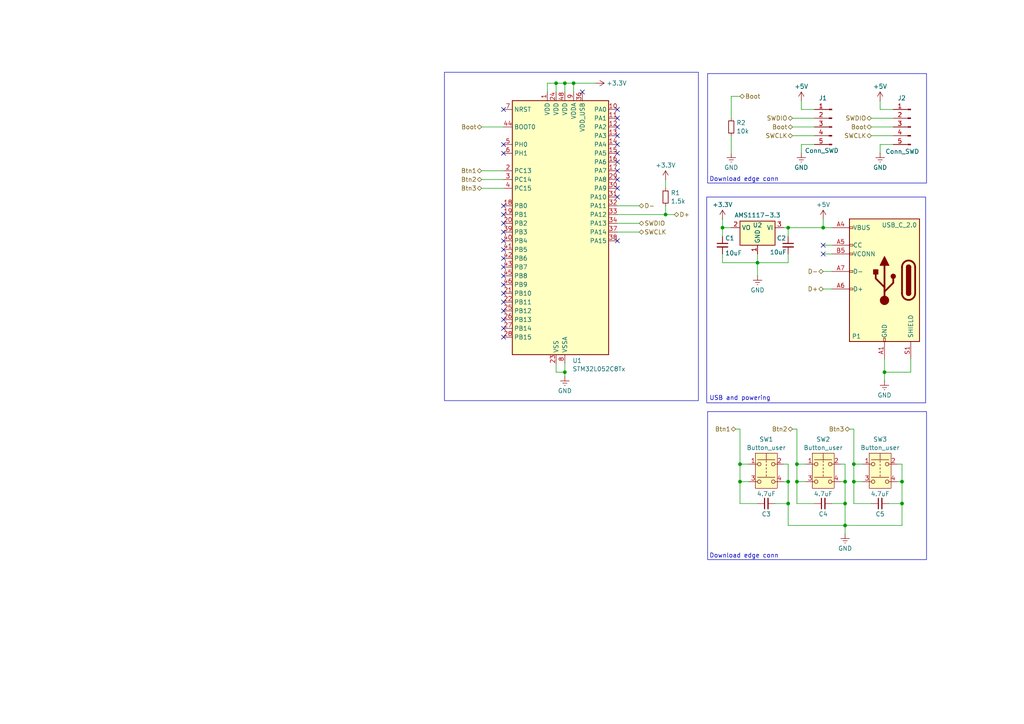
<source format=kicad_sch>
(kicad_sch (version 20231120) (generator "eeschema") (generator_version "8.0")
  (paper "A4")
  (lib_symbols
    (symbol "Connector:Conn_01x05_Pin" (pin_names (offset 1.016) hide)
      (property "Reference" "J" (at 0 7.62 0))
      (property "Value" "Conn_01x05_Pin" (at 0 -7.62 0))
      (symbol "Conn_01x05_Pin_1_1"
        (polyline (pts (xy 1.27 -5.08) (xy 0.8636 -5.08)) (stroke (width 0.1524)))
        (polyline (pts (xy 1.27 -2.54) (xy 0.8636 -2.54)) (stroke (width 0.1524)))
        (polyline (pts (xy 1.27 0) (xy 0.8636 0)) (stroke (width 0.1524)))
        (polyline (pts (xy 1.27 2.54) (xy 0.8636 2.54)) (stroke (width 0.1524)))
        (polyline (pts (xy 1.27 5.08) (xy 0.8636 5.08)) (stroke (width 0.1524)))
        (rectangle (start 0.8636 -4.953) (end 0 -5.207) (stroke (width 0.1524)) (fill (type outline)))
        (rectangle (start 0.8636 -2.413) (end 0 -2.667) (stroke (width 0.1524)) (fill (type outline)))
        (rectangle (start 0.8636 0.127) (end 0 -0.127) (stroke (width 0.1524)) (fill (type outline)))
        (rectangle (start 0.8636 2.667) (end 0 2.413) (stroke (width 0.1524)) (fill (type outline)))
        (rectangle (start 0.8636 5.207) (end 0 4.953) (stroke (width 0.1524)) (fill (type outline)))
        (pin passive line (at 5.08 5.08 180) (length 3.81) (name "Pin_1") (number "1"))
        (pin passive line (at 5.08 2.54 180) (length 3.81) (name "Pin_2") (number "2"))
        (pin passive line (at 5.08 0 180) (length 3.81) (name "Pin_3") (number "3"))
        (pin passive line (at 5.08 -2.54 180) (length 3.81) (name "Pin_4") (number "4"))
        (pin passive line (at 5.08 -5.08 180) (length 3.81) (name "Pin_5") (number "5"))
      )
    )
    (symbol "Connector:USB_C_Plug_USB2.0" (pin_names (offset 1.016))
      (property "Reference" "P" (at -10.16 19.05 0))
      (property "Value" "USB_C_Plug_USB2.0" (at 12.7 19.05 0))
      (symbol "USB_C_Plug_USB2.0_0_0"
        (rectangle (start -0.254 -17.78) (end 0.254 -16.764))
        (rectangle (start 10.16 -2.286) (end 9.144 -2.794))
        (rectangle (start 10.16 2.794) (end 9.144 2.286))
        (rectangle (start 10.16 7.874) (end 9.144 7.366))
        (rectangle (start 10.16 10.414) (end 9.144 9.906))
        (rectangle (start 10.16 15.494) (end 9.144 14.986))
      )
      (symbol "USB_C_Plug_USB2.0_0_1"
        (rectangle (start -10.16 17.78) (end 10.16 -17.78) (stroke (width 0.254)) (fill (type background)))
        (arc (start -8.89 -3.81) (mid -6.985 -5.7067) (end -5.08 -3.81) (stroke (width 0.508)))
        (arc (start -7.62 -3.81) (mid -6.985 -4.4423) (end -6.35 -3.81) (stroke (width 0.254)))
        (arc (start -7.62 -3.81) (mid -6.985 -4.4423) (end -6.35 -3.81) (stroke (width 0.254)) (fill (type outline)))
        (rectangle (start -7.62 -3.81) (end -6.35 3.81) (stroke (width 0.254)) (fill (type outline)))
        (arc (start -6.35 3.81) (mid -6.985 4.4423) (end -7.62 3.81) (stroke (width 0.254)))
        (arc (start -6.35 3.81) (mid -6.985 4.4423) (end -7.62 3.81) (stroke (width 0.254)) (fill (type outline)))
        (arc (start -5.08 3.81) (mid -6.985 5.7067) (end -8.89 3.81) (stroke (width 0.508)))
        (circle (center -2.54 1.143) (radius 0.635) (stroke (width 0.254)) (fill (type outline)))
        (circle (center 0 -5.842) (radius 1.27) (fill (type outline)))
        (polyline (pts (xy -8.89 -3.81) (xy -8.89 3.81)) (stroke (width 0.508)))
        (polyline (pts (xy -5.08 3.81) (xy -5.08 -3.81)) (stroke (width 0.508)))
        (polyline (pts (xy 0 -5.842) (xy 0 4.318)) (stroke (width 0.508)))
        (polyline (pts (xy 0 -3.302) (xy -2.54 -0.762) (xy -2.54 0.508)) (stroke (width 0.508)))
        (polyline (pts (xy 0 -2.032) (xy 2.54 0.508) (xy 2.54 1.778)) (stroke (width 0.508)))
        (polyline (pts (xy -1.27 4.318) (xy 0 6.858) (xy 1.27 4.318) (xy -1.27 4.318)) (stroke (width 0.254)) (fill (type outline)))
        (rectangle (start 1.905 1.778) (end 3.175 3.048) (stroke (width 0.254)) (fill (type outline)))
      )
      (symbol "USB_C_Plug_USB2.0_1_1"
        (pin passive line (at 0 -22.86 90) (length 5.08) (name "GND") (number "A1"))
        (pin passive line (at 0 -22.86 90) (length 5.08) hide (name "GND") (number "A12"))
        (pin passive line (at 15.24 15.24 180) (length 5.08) (name "VBUS") (number "A4"))
        (pin bidirectional line (at 15.24 10.16 180) (length 5.08) (name "CC") (number "A5"))
        (pin bidirectional line (at 15.24 -2.54 180) (length 5.08) (name "D+") (number "A6"))
        (pin bidirectional line (at 15.24 2.54 180) (length 5.08) (name "D-") (number "A7"))
        (pin passive line (at 15.24 15.24 180) (length 5.08) hide (name "VBUS") (number "A9"))
        (pin passive line (at 0 -22.86 90) (length 5.08) hide (name "GND") (number "B1"))
        (pin passive line (at 0 -22.86 90) (length 5.08) hide (name "GND") (number "B12"))
        (pin passive line (at 15.24 15.24 180) (length 5.08) hide (name "VBUS") (number "B4"))
        (pin bidirectional line (at 15.24 7.62 180) (length 5.08) (name "VCONN") (number "B5"))
        (pin passive line (at 15.24 15.24 180) (length 5.08) hide (name "VBUS") (number "B9"))
        (pin passive line (at -7.62 -22.86 90) (length 5.08) (name "SHIELD") (number "S1"))
      )
    )
    (symbol "Device:C_Small" (pin_numbers hide) (pin_names (offset 0.254) hide)
      (property "Reference" "C" (at 0.254 1.778 0))
      (property "Value" "C_Small" (at 0.254 -2.032 0))
      (symbol "C_Small_0_1"
        (polyline (pts (xy -1.524 -0.508) (xy 1.524 -0.508)) (stroke (width 0.3302)))
        (polyline (pts (xy -1.524 0.508) (xy 1.524 0.508)) (stroke (width 0.3048)))
      )
      (symbol "C_Small_1_1"
        (pin passive line (at 0 2.54 270) (length 2.032) (name "~") (number "1"))
        (pin passive line (at 0 -2.54 90) (length 2.032) (name "~") (number "2"))
      )
    )
    (symbol "Device:R_Small" (pin_numbers hide) (pin_names (offset 0.254) hide)
      (property "Reference" "R" (at 0.762 0.508 0))
      (property "Value" "R_Small" (at 0.762 -1.016 0))
      (symbol "R_Small_0_1"
        (rectangle (start -0.762 1.778) (end 0.762 -1.778) (stroke (width 0.2032)))
      )
      (symbol "R_Small_1_1"
        (pin passive line (at 0 2.54 270) (length 0.762) (name "~") (number "1"))
        (pin passive line (at 0 -2.54 90) (length 0.762) (name "~") (number "2"))
      )
    )
    (symbol "MCU_ST_STM32L0:STM32L052C8Tx"
      (property "Reference" "U" (at -12.7 39.37 0))
      (property "Value" "STM32L052C8Tx" (at 10.16 39.37 0))
      (symbol "STM32L052C8Tx_0_1"
        (rectangle (start -12.7 -35.56) (end 15.24 38.1) (stroke (width 0.254)) (fill (type background)))
      )
      (symbol "STM32L052C8Tx_1_1"
        (pin power_in line (at -2.54 40.64 270) (length 2.54) (name "VDD") (number "1"))
        (pin bidirectional line (at 17.78 35.56 180) (length 2.54) (name "PA0") (number "10"))
        (pin bidirectional line (at 17.78 33.02 180) (length 2.54) (name "PA1") (number "11"))
        (pin bidirectional line (at 17.78 30.48 180) (length 2.54) (name "PA2") (number "12"))
        (pin bidirectional line (at 17.78 27.94 180) (length 2.54) (name "PA3") (number "13"))
        (pin bidirectional line (at 17.78 25.4 180) (length 2.54) (name "PA4") (number "14"))
        (pin bidirectional line (at 17.78 22.86 180) (length 2.54) (name "PA5") (number "15"))
        (pin bidirectional line (at 17.78 20.32 180) (length 2.54) (name "PA6") (number "16"))
        (pin bidirectional line (at 17.78 17.78 180) (length 2.54) (name "PA7") (number "17"))
        (pin bidirectional line (at -15.24 7.62 0) (length 2.54) (name "PB0") (number "18"))
        (pin bidirectional line (at -15.24 5.08 0) (length 2.54) (name "PB1") (number "19"))
        (pin bidirectional line (at -15.24 17.78 0) (length 2.54) (name "PC13") (number "2"))
        (pin bidirectional line (at -15.24 2.54 0) (length 2.54) (name "PB2") (number "20"))
        (pin bidirectional line (at -15.24 -17.78 0) (length 2.54) (name "PB10") (number "21"))
        (pin bidirectional line (at -15.24 -20.32 0) (length 2.54) (name "PB11") (number "22"))
        (pin power_in line (at 0 -38.1 90) (length 2.54) (name "VSS") (number "23"))
        (pin power_in line (at 0 40.64 270) (length 2.54) (name "VDD") (number "24"))
        (pin bidirectional line (at -15.24 -22.86 0) (length 2.54) (name "PB12") (number "25"))
        (pin bidirectional line (at -15.24 -25.4 0) (length 2.54) (name "PB13") (number "26"))
        (pin bidirectional line (at -15.24 -27.94 0) (length 2.54) (name "PB14") (number "27"))
        (pin bidirectional line (at -15.24 -30.48 0) (length 2.54) (name "PB15") (number "28"))
        (pin bidirectional line (at 17.78 15.24 180) (length 2.54) (name "PA8") (number "29"))
        (pin bidirectional line (at -15.24 15.24 0) (length 2.54) (name "PC14") (number "3"))
        (pin bidirectional line (at 17.78 12.7 180) (length 2.54) (name "PA9") (number "30"))
        (pin bidirectional line (at 17.78 10.16 180) (length 2.54) (name "PA10") (number "31"))
        (pin bidirectional line (at 17.78 7.62 180) (length 2.54) (name "PA11") (number "32"))
        (pin bidirectional line (at 17.78 5.08 180) (length 2.54) (name "PA12") (number "33"))
        (pin bidirectional line (at 17.78 2.54 180) (length 2.54) (name "PA13") (number "34"))
        (pin passive line (at 0 -38.1 90) (length 2.54) hide (name "VSS") (number "35"))
        (pin power_in line (at 7.62 40.64 270) (length 2.54) (name "VDD_USB") (number "36"))
        (pin bidirectional line (at 17.78 0 180) (length 2.54) (name "PA14") (number "37"))
        (pin bidirectional line (at 17.78 -2.54 180) (length 2.54) (name "PA15") (number "38"))
        (pin bidirectional line (at -15.24 0 0) (length 2.54) (name "PB3") (number "39"))
        (pin bidirectional line (at -15.24 12.7 0) (length 2.54) (name "PC15") (number "4"))
        (pin bidirectional line (at -15.24 -2.54 0) (length 2.54) (name "PB4") (number "40"))
        (pin bidirectional line (at -15.24 -5.08 0) (length 2.54) (name "PB5") (number "41"))
        (pin bidirectional line (at -15.24 -7.62 0) (length 2.54) (name "PB6") (number "42"))
        (pin bidirectional line (at -15.24 -10.16 0) (length 2.54) (name "PB7") (number "43"))
        (pin input line (at -15.24 30.48 0) (length 2.54) (name "BOOT0") (number "44"))
        (pin bidirectional line (at -15.24 -12.7 0) (length 2.54) (name "PB8") (number "45"))
        (pin bidirectional line (at -15.24 -15.24 0) (length 2.54) (name "PB9") (number "46"))
        (pin passive line (at 0 -38.1 90) (length 2.54) hide (name "VSS") (number "47"))
        (pin power_in line (at 2.54 40.64 270) (length 2.54) (name "VDD") (number "48"))
        (pin bidirectional line (at -15.24 25.4 0) (length 2.54) (name "PH0") (number "5"))
        (pin bidirectional line (at -15.24 22.86 0) (length 2.54) (name "PH1") (number "6"))
        (pin input line (at -15.24 35.56 0) (length 2.54) (name "NRST") (number "7"))
        (pin power_in line (at 2.54 -38.1 90) (length 2.54) (name "VSSA") (number "8"))
        (pin power_in line (at 5.08 40.64 270) (length 2.54) (name "VDDA") (number "9"))
      )
    )
    (symbol "Regulator_Linear:AMS1117-3.3"
      (property "Reference" "U" (at -3.81 3.175 0))
      (property "Value" "AMS1117-3.3" (at 0 3.175 0))
      (symbol "AMS1117-3.3_0_1"
        (rectangle (start -5.08 -5.08) (end 5.08 1.905) (stroke (width 0.254)) (fill (type background)))
      )
      (symbol "AMS1117-3.3_1_1"
        (pin power_in line (at 0 -7.62 90) (length 2.54) (name "GND") (number "1"))
        (pin power_out line (at 7.62 0 180) (length 2.54) (name "VO") (number "2"))
        (pin power_in line (at -7.62 0 0) (length 2.54) (name "VI") (number "3"))
      )
    )
    (symbol "Switch:SW_Push_Dual" (pin_names (offset 1.016) hide)
      (property "Reference" "SW" (at 0 7.62 0))
      (property "Value" "SW_Push_Dual" (at 0 -6.35 0))
      (symbol "SW_Push_Dual_0_1"
        (circle (center -2.032 -2.54) (radius 0.508))
        (circle (center -2.032 2.54) (radius 0.508))
        (polyline (pts (xy 0 -0.508) (xy 0 -1.016)))
        (polyline (pts (xy 0 0.508) (xy 0 0)))
        (polyline (pts (xy 0 1.016) (xy 0 1.524)))
        (polyline (pts (xy 0 2.032) (xy 0 2.54)))
        (polyline (pts (xy 0 3.048) (xy 0 3.556)))
        (polyline (pts (xy 0 3.81) (xy 0 5.588)))
        (polyline (pts (xy 2.54 -1.27) (xy -2.54 -1.27)))
        (polyline (pts (xy 2.54 3.81) (xy -2.54 3.81)))
        (circle (center 2.032 -2.54) (radius 0.508))
        (circle (center 2.032 2.54) (radius 0.508))
        (pin passive line (at -5.08 2.54 0) (length 2.54) (name "1") (number "1"))
        (pin passive line (at 5.08 2.54 180) (length 2.54) (name "2") (number "2"))
        (pin passive line (at -5.08 -2.54 0) (length 2.54) (name "3") (number "3"))
        (pin passive line (at 5.08 -2.54 180) (length 2.54) (name "4") (number "4"))
      )
      (symbol "SW_Push_Dual_1_1"
        (rectangle (start -3.175 5.715) (end 3.175 -4.445) (fill (type background)))
      )
    )
    (symbol "power:+3.3V" (power) (pin_numbers hide) (pin_names (offset 0) hide)
      (property "Value" "+3.3V" (at 0 3.556 0))
      (symbol "+3.3V_0_1"
        (polyline (pts (xy -0.762 1.27) (xy 0 2.54)))
        (polyline (pts (xy 0 0) (xy 0 2.54)))
        (polyline (pts (xy 0 2.54) (xy 0.762 1.27)))
      )
      (symbol "+3.3V_1_1"
        (pin power_in line (at 0 0 90) (length 0) (name "~") (number "1"))
      )
    )
    (symbol "power:GNDREF" (power) (pin_numbers hide) (pin_names (offset 0) hide)
      (property "Value" "GNDREF" (at 0 -3.81 0))
      (symbol "GNDREF_0_1"
        (polyline (pts (xy -0.635 -1.905) (xy 0.635 -1.905)))
        (polyline (pts (xy -0.127 -2.54) (xy 0.127 -2.54)))
        (polyline (pts (xy 0 -1.27) (xy 0 0)))
        (polyline (pts (xy 1.27 -1.27) (xy -1.27 -1.27)))
      )
      (symbol "GNDREF_1_1"
        (pin power_in line (at 0 0 270) (length 0) (name "~") (number "1"))
      )
    )
  )
  (junction (at 231.14 139.7))
  (junction (at 193.04 62.23))
  (junction (at 219.71 76.2))
  (junction (at 245.11 146.05))
  (junction (at 247.65 134.62))
  (junction (at 214.63 139.7))
  (junction (at 247.65 139.7))
  (junction (at 261.62 146.05))
  (junction (at 261.62 139.7))
  (junction (at 214.63 134.62))
  (junction (at 231.14 134.62))
  (junction (at 166.37 24.13))
  (junction (at 163.83 107.95))
  (junction (at 161.29 24.13))
  (junction (at 228.6 66.04))
  (junction (at 209.55 66.04))
  (junction (at 228.6 146.05))
  (junction (at 163.83 24.13))
  (junction (at 238.76 66.04))
  (junction (at 256.54 107.95))
  (junction (at 228.6 139.7))
  (junction (at 245.11 139.7))
  (junction (at 245.11 152.4))
  (no_connect (at 179.07 69.85))
  (no_connect (at 179.07 39.37))
  (no_connect (at 146.05 87.63))
  (no_connect (at 179.07 41.91))
  (no_connect (at 179.07 46.99))
  (no_connect (at 179.07 36.83))
  (no_connect (at 146.05 95.25))
  (no_connect (at 179.07 57.15))
  (no_connect (at 146.05 41.91))
  (no_connect (at 146.05 77.47))
  (no_connect (at 146.05 72.39))
  (no_connect (at 238.76 71.12))
  (no_connect (at 168.91 26.67))
  (no_connect (at 179.07 49.53))
  (no_connect (at 146.05 85.09))
  (no_connect (at 146.05 59.69))
  (no_connect (at 146.05 67.31))
  (no_connect (at 146.05 69.85))
  (no_connect (at 179.07 31.75))
  (no_connect (at 146.05 82.55))
  (no_connect (at 146.05 44.45))
  (no_connect (at 146.05 97.79))
  (no_connect (at 146.05 92.71))
  (no_connect (at 146.05 74.93))
  (no_connect (at 179.07 44.45))
  (no_connect (at 146.05 64.77))
  (no_connect (at 179.07 34.29))
  (no_connect (at 146.05 31.75))
  (no_connect (at 179.07 52.07))
  (no_connect (at 238.76 73.66))
  (no_connect (at 179.07 54.61))
  (no_connect (at 146.05 90.17))
  (no_connect (at 146.05 62.23))
  (no_connect (at 146.05 80.01))
  (wire (pts (xy 231.14 139.7) (xy 233.68 139.7)))
  (wire (pts (xy 236.22 146.05) (xy 231.14 146.05)))
  (wire (pts (xy 252.73 146.05) (xy 247.65 146.05)))
  (wire (pts (xy 252.73 34.29) (xy 259.08 34.29)))
  (wire (pts (xy 252.73 36.83) (xy 259.08 36.83)))
  (wire (pts (xy 166.37 26.67) (xy 166.37 24.13)))
  (wire (pts (xy 229.87 34.29) (xy 236.22 34.29)))
  (wire (pts (xy 139.7 49.53) (xy 146.05 49.53)))
  (wire (pts (xy 238.76 83.82) (xy 241.3 83.82)))
  (wire (pts (xy 245.11 134.62) (xy 245.11 139.7)))
  (wire (pts (xy 209.55 66.04) (xy 212.09 66.04)))
  (wire (pts (xy 245.11 139.7) (xy 245.11 146.05)))
  (wire (pts (xy 193.04 52.07) (xy 193.04 54.61)))
  (wire (pts (xy 256.54 104.14) (xy 256.54 107.95)))
  (wire (pts (xy 219.71 76.2) (xy 219.71 80.01)))
  (wire (pts (xy 161.29 107.95) (xy 163.83 107.95)))
  (wire (pts (xy 166.37 24.13) (xy 163.83 24.13)))
  (wire (pts (xy 247.65 139.7) (xy 250.19 139.7)))
  (wire (pts (xy 261.62 134.62) (xy 261.62 139.7)))
  (wire (pts (xy 245.11 146.05) (xy 245.11 152.4)))
  (wire (pts (xy 161.29 105.41) (xy 161.29 107.95)))
  (wire (pts (xy 252.73 39.37) (xy 259.08 39.37)))
  (wire (pts (xy 261.62 146.05) (xy 261.62 152.4)))
  (wire (pts (xy 247.65 134.62) (xy 247.65 139.7)))
  (wire (pts (xy 193.04 59.69) (xy 193.04 62.23)))
  (wire (pts (xy 193.04 62.23) (xy 195.58 62.23)))
  (wire (pts (xy 228.6 73.66) (xy 228.6 76.2)))
  (wire (pts (xy 227.33 66.04) (xy 228.6 66.04)))
  (wire (pts (xy 161.29 24.13) (xy 163.83 24.13)))
  (wire (pts (xy 139.7 36.83) (xy 146.05 36.83)))
  (wire (pts (xy 241.3 146.05) (xy 245.11 146.05)))
  (wire (pts (xy 209.55 63.5) (xy 209.55 66.04)))
  (wire (pts (xy 229.87 36.83) (xy 236.22 36.83)))
  (wire (pts (xy 212.09 27.94) (xy 214.63 27.94)))
  (wire (pts (xy 219.71 73.66) (xy 219.71 76.2)))
  (wire (pts (xy 214.63 124.46) (xy 214.63 134.62)))
  (wire (pts (xy 231.14 134.62) (xy 231.14 139.7)))
  (wire (pts (xy 228.6 139.7) (xy 228.6 146.05)))
  (wire (pts (xy 217.17 139.7) (xy 214.63 139.7)))
  (wire (pts (xy 238.76 71.12) (xy 241.3 71.12)))
  (wire (pts (xy 227.33 139.7) (xy 228.6 139.7)))
  (wire (pts (xy 228.6 66.04) (xy 228.6 68.58)))
  (wire (pts (xy 228.6 134.62) (xy 228.6 139.7)))
  (wire (pts (xy 213.36 124.46) (xy 214.63 124.46)))
  (wire (pts (xy 232.41 31.75) (xy 236.22 31.75)))
  (wire (pts (xy 246.38 124.46) (xy 247.65 124.46)))
  (wire (pts (xy 228.6 76.2) (xy 219.71 76.2)))
  (wire (pts (xy 212.09 39.37) (xy 212.09 44.45)))
  (wire (pts (xy 158.75 24.13) (xy 161.29 24.13)))
  (wire (pts (xy 209.55 76.2) (xy 219.71 76.2)))
  (wire (pts (xy 264.16 104.14) (xy 264.16 107.95)))
  (wire (pts (xy 255.27 44.45) (xy 255.27 41.91)))
  (wire (pts (xy 179.07 67.31) (xy 185.42 67.31)))
  (wire (pts (xy 255.27 31.75) (xy 259.08 31.75)))
  (wire (pts (xy 163.83 107.95) (xy 163.83 109.22)))
  (wire (pts (xy 139.7 52.07) (xy 146.05 52.07)))
  (wire (pts (xy 232.41 41.91) (xy 236.22 41.91)))
  (wire (pts (xy 232.41 44.45) (xy 232.41 41.91)))
  (wire (pts (xy 166.37 24.13) (xy 172.72 24.13)))
  (wire (pts (xy 238.76 78.74) (xy 241.3 78.74)))
  (wire (pts (xy 247.65 134.62) (xy 250.19 134.62)))
  (wire (pts (xy 231.14 146.05) (xy 231.14 139.7)))
  (wire (pts (xy 255.27 41.91) (xy 259.08 41.91)))
  (wire (pts (xy 228.6 152.4) (xy 245.11 152.4)))
  (wire (pts (xy 161.29 26.67) (xy 161.29 24.13)))
  (wire (pts (xy 245.11 152.4) (xy 245.11 154.94)))
  (wire (pts (xy 228.6 146.05) (xy 228.6 152.4)))
  (wire (pts (xy 247.65 124.46) (xy 247.65 134.62)))
  (wire (pts (xy 163.83 24.13) (xy 163.83 26.67)))
  (wire (pts (xy 224.79 146.05) (xy 228.6 146.05)))
  (wire (pts (xy 209.55 66.04) (xy 209.55 68.58)))
  (wire (pts (xy 228.6 66.04) (xy 238.76 66.04)))
  (wire (pts (xy 179.07 62.23) (xy 193.04 62.23)))
  (wire (pts (xy 243.84 134.62) (xy 245.11 134.62)))
  (wire (pts (xy 231.14 134.62) (xy 233.68 134.62)))
  (wire (pts (xy 243.84 139.7) (xy 245.11 139.7)))
  (wire (pts (xy 247.65 146.05) (xy 247.65 139.7)))
  (wire (pts (xy 214.63 146.05) (xy 214.63 139.7)))
  (wire (pts (xy 229.87 124.46) (xy 231.14 124.46)))
  (wire (pts (xy 255.27 29.21) (xy 255.27 31.75)))
  (wire (pts (xy 261.62 139.7) (xy 261.62 146.05)))
  (wire (pts (xy 238.76 66.04) (xy 241.3 66.04)))
  (wire (pts (xy 163.83 105.41) (xy 163.83 107.95)))
  (wire (pts (xy 214.63 139.7) (xy 214.63 134.62)))
  (wire (pts (xy 229.87 39.37) (xy 236.22 39.37)))
  (wire (pts (xy 179.07 59.69) (xy 185.42 59.69)))
  (wire (pts (xy 212.09 34.29) (xy 212.09 27.94)))
  (wire (pts (xy 256.54 107.95) (xy 256.54 110.49)))
  (wire (pts (xy 139.7 54.61) (xy 146.05 54.61)))
  (wire (pts (xy 209.55 73.66) (xy 209.55 76.2)))
  (wire (pts (xy 257.81 146.05) (xy 261.62 146.05)))
  (wire (pts (xy 238.76 63.5) (xy 238.76 66.04)))
  (wire (pts (xy 227.33 134.62) (xy 228.6 134.62)))
  (wire (pts (xy 179.07 64.77) (xy 185.42 64.77)))
  (wire (pts (xy 214.63 134.62) (xy 217.17 134.62)))
  (wire (pts (xy 232.41 29.21) (xy 232.41 31.75)))
  (wire (pts (xy 231.14 124.46) (xy 231.14 134.62)))
  (wire (pts (xy 158.75 26.67) (xy 158.75 24.13)))
  (wire (pts (xy 261.62 152.4) (xy 245.11 152.4)))
  (wire (pts (xy 219.71 146.05) (xy 214.63 146.05)))
  (wire (pts (xy 238.76 73.66) (xy 241.3 73.66)))
  (wire (pts (xy 260.35 134.62) (xy 261.62 134.62)))
  (wire (pts (xy 260.35 139.7) (xy 261.62 139.7)))
  (wire (pts (xy 264.16 107.95) (xy 256.54 107.95)))
  (rectangle (start 205.232 119.38) (end 268.732 162.306))
  (rectangle (start 204.978 57.15) (end 268.478 116.84))
  (rectangle (start 205.232 21.336) (end 268.732 53.086))
  (rectangle (start 128.905 20.955) (end 202.565 116.205))
  (text "Download edge conn" (at 205.74 52.07 0) (effects (font (size 1.27 1.27)) (justify left)))
  (text "USB and powering" (at 205.74 115.57 0) (effects (font (size 1.27 1.27)) (justify left)))
  (text "Download edge conn" (at 205.74 161.29 0) (effects (font (size 1.27 1.27)) (justify left)))
  (hierarchical_label "Btn3" (shape bidirectional) (at 246.38 124.46 180))
  (hierarchical_label "D-" (shape bidirectional) (at 185.42 59.69 0))
  (hierarchical_label "Boot" (shape bidirectional) (at 252.73 36.83 180))
  (hierarchical_label "Btn3" (shape bidirectional) (at 139.7 54.61 180))
  (hierarchical_label "SWCLK" (shape bidirectional) (at 252.73 39.37 180))
  (hierarchical_label "D+" (shape bidirectional) (at 195.58 62.23 0))
  (hierarchical_label "SWCLK" (shape bidirectional) (at 229.87 39.37 180))
  (hierarchical_label "SWDIO" (shape bidirectional) (at 185.42 64.77 0))
  (hierarchical_label "Btn1" (shape bidirectional) (at 139.7 49.53 180))
  (hierarchical_label "Btn1" (shape bidirectional) (at 213.36 124.46 180))
  (hierarchical_label "D-" (shape bidirectional) (at 238.76 78.74 180))
  (hierarchical_label "SWCLK" (shape bidirectional) (at 185.42 67.31 0))
  (hierarchical_label "Boot" (shape bidirectional) (at 139.7 36.83 180))
  (hierarchical_label "Btn2" (shape bidirectional) (at 229.87 124.46 180))
  (hierarchical_label "Boot" (shape bidirectional) (at 214.63 27.94 0))
  (hierarchical_label "Boot" (shape bidirectional) (at 229.87 36.83 180))
  (hierarchical_label "D+" (shape bidirectional) (at 238.76 83.82 180))
  (hierarchical_label "Btn2" (shape bidirectional) (at 139.7 52.07 180))
  (hierarchical_label "SWDIO" (shape bidirectional) (at 252.73 34.29 180))
  (hierarchical_label "SWDIO" (shape bidirectional) (at 229.87 34.29 180))
  (symbol (lib_id "Device:C_Small") (at 255.27 146.05 90) (unit 1)
    (property "Reference" "C5" (at 255.27 149.098 90))
    (property "Value" "4.7uF" (at 255.27 143.256 90))
    (property "Footprint" "Capacitor_SMD:C_0603_1608Metric_Pad1.08x0.95mm_HandSolder" (effects (hide yes)))
    (property "Description" "Unpolarized capacitor, small symbol" (effects (hide yes)))
  )
  (symbol (lib_id "power:+3.3V") (at 232.41 29.21 0) (unit 1)
    (property "Reference" "#PWR014" (effects (hide yes)))
    (property "Value" "+5V" (at 232.41 25.0769 0))
    (property "Description" "Power symbol creates a global label with name \"+3.3V\"" (effects (hide yes)))
  )
  (symbol (lib_id "Switch:SW_Push_Dual") (at 238.76 137.16 0) (unit 1)
    (property "Reference" "SW2" (at 238.76 127.4275 0))
    (property "Value" "Button_user" (at 238.76 129.8518 0))
    (property "Footprint" "Button_Switch_SMD:SW_SPST_SKQG_WithoutStem" (effects (hide yes)))
    (property "Description" "Push button switch, generic, symbol, four pins" (effects (hide yes)))
  )
  (symbol (lib_id "power:GNDREF") (at 219.71 80.01 0) (unit 1)
    (property "Reference" "#PWR09" (effects (hide yes)))
    (property "Value" "GND" (at 219.71 84.1431 0))
    (property "Description" "Power symbol creates a global label with name \"GNDREF\" , reference supply ground" (effects (hide yes)))
  )
  (symbol (lib_id "Connector:Conn_01x05_Pin") (at 264.16 36.83 0) (mirror y) (unit 1)
    (property "Reference" "J2" (at 260.35 28.448 0) (effects (justify right)))
    (property "Value" "Conn_SWD" (at 256.794 43.942 0) (effects (justify right)))
    (property "Footprint" "wyw-conn:SWD5-Gold" (effects (hide yes)))
    (property "Description" "Generic connector, single row, 01x05, script generated" (effects (hide yes)))
  )
  (symbol (lib_id "Device:C_Small") (at 228.6 71.12 0) (unit 1)
    (property "Reference" "C2" (at 225.298 69.088 0) (effects (justify left)))
    (property "Value" "10uF" (at 223.266 73.152 0) (effects (justify left)))
    (property "Footprint" "Capacitor_SMD:C_0603_1608Metric_Pad1.08x0.95mm_HandSolder" (effects (hide yes)))
    (property "Description" "Unpolarized capacitor, small symbol" (effects (hide yes)))
  )
  (symbol (lib_id "power:+3.3V") (at 172.72 24.13 270) (unit 1)
    (property "Reference" "#PWR010" (effects (hide yes)))
    (property "Value" "+3.3V" (at 175.895 24.13 90) (effects (justify left)))
    (property "Description" "Power symbol creates a global label with name \"+3.3V\"" (effects (hide yes)))
  )
  (symbol (lib_id "Switch:SW_Push_Dual") (at 222.25 137.16 0) (unit 1)
    (property "Reference" "SW1" (at 222.25 127.4275 0))
    (property "Value" "Button_user" (at 222.25 129.8518 0))
    (property "Footprint" "Button_Switch_SMD:SW_SPST_SKQG_WithoutStem" (effects (hide yes)))
    (property "Description" "Push button switch, generic, symbol, four pins" (effects (hide yes)))
  )
  (symbol (lib_id "Connector:Conn_01x05_Pin") (at 241.3 36.83 0) (mirror y) (unit 1)
    (property "Reference" "J1" (at 237.49 28.448 0) (effects (justify right)))
    (property "Value" "Conn_SWD" (at 233.426 43.688 0) (effects (justify right)))
    (property "Footprint" "wyw-conn:SWD5-Gold" (effects (hide yes)))
    (property "Description" "Generic connector, single row, 01x05, script generated" (effects (hide yes)))
  )
  (symbol (lib_id "power:GNDREF") (at 232.41 44.45 0) (unit 1)
    (property "Reference" "#PWR07" (effects (hide yes)))
    (property "Value" "GND" (at 232.41 48.5831 0))
    (property "Description" "Power symbol creates a global label with name \"GNDREF\" , reference supply ground" (effects (hide yes)))
  )
  (symbol (lib_id "Device:C_Small") (at 209.55 71.12 0) (unit 1)
    (property "Reference" "C1" (at 210.312 69.088 0) (effects (justify left)))
    (property "Value" "10uF" (at 210.312 73.406 0) (effects (justify left)))
    (property "Footprint" "Capacitor_SMD:C_0603_1608Metric_Pad1.08x0.95mm_HandSolder" (effects (hide yes)))
    (property "Description" "Unpolarized capacitor, small symbol" (effects (hide yes)))
  )
  (symbol (lib_id "Device:R_Small") (at 212.09 36.83 0) (unit 1)
    (property "Reference" "R2" (at 213.5886 35.6178 0) (effects (justify left)))
    (property "Value" "10k" (at 213.5886 38.0421 0) (effects (justify left)))
    (property "Footprint" "Resistor_SMD:R_0603_1608Metric_Pad0.98x0.95mm_HandSolder" (effects (hide yes)))
    (property "Description" "Resistor, small symbol" (effects (hide yes)))
  )
  (symbol (lib_id "power:+3.3V") (at 193.04 52.07 0) (unit 1)
    (property "Reference" "#PWR012" (effects (hide yes)))
    (property "Value" "+3.3V" (at 193.04 47.9369 0))
    (property "Description" "Power symbol creates a global label with name \"+3.3V\"" (effects (hide yes)))
  )
  (symbol (lib_id "power:+3.3V") (at 255.27 29.21 0) (unit 1)
    (property "Reference" "#PWR015" (effects (hide yes)))
    (property "Value" "+5V" (at 255.27 25.0769 0))
    (property "Description" "Power symbol creates a global label with name \"+3.3V\"" (effects (hide yes)))
  )
  (symbol (lib_id "Device:R_Small") (at 193.04 57.15 0) (unit 1)
    (property "Reference" "R1" (at 194.5386 55.9378 0) (effects (justify left)))
    (property "Value" "1.5k" (at 194.5386 58.3621 0) (effects (justify left)))
    (property "Footprint" "Resistor_SMD:R_0603_1608Metric_Pad0.98x0.95mm_HandSolder" (effects (hide yes)))
    (property "Description" "Resistor, small symbol" (effects (hide yes)))
  )
  (symbol (lib_id "power:+3.3V") (at 238.76 63.5 0) (unit 1)
    (property "Reference" "#PWR013" (effects (hide yes)))
    (property "Value" "+5V" (at 238.76 59.3669 0))
    (property "Description" "Power symbol creates a global label with name \"+3.3V\"" (effects (hide yes)))
  )
  (symbol (lib_id "Regulator_Linear:AMS1117-3.3") (at 219.71 66.04 0) (mirror y) (unit 1)
    (property "Reference" "U2" (at 219.71 65.278 0))
    (property "Value" "AMS1117-3.3" (at 219.71 62.4148 0))
    (property "Footprint" "Package_TO_SOT_SMD:SOT-89-3_Handsoldering" (effects (hide yes)))
    (property "Datasheet" "http://www.advanced-monolithic.com/pdf/ds1117.pdf" (effects (hide yes)))
    (property "Description" "1A Low Dropout regulator, positive, 3.3V fixed output, SOT-223" (effects (hide yes)))
  )
  (symbol (lib_id "power:GNDREF") (at 212.09 44.45 0) (unit 1)
    (property "Reference" "#PWR03" (effects (hide yes)))
    (property "Value" "GND" (at 212.09 48.5831 0))
    (property "Description" "Power symbol creates a global label with name \"GNDREF\" , reference supply ground" (effects (hide yes)))
  )
  (symbol (lib_id "Switch:SW_Push_Dual") (at 255.27 137.16 0) (unit 1)
    (property "Reference" "SW3" (at 255.27 127.4275 0))
    (property "Value" "Button_user" (at 255.27 129.8518 0))
    (property "Footprint" "Button_Switch_SMD:SW_SPST_SKQG_WithoutStem" (effects (hide yes)))
    (property "Description" "Push button switch, generic, symbol, four pins" (effects (hide yes)))
  )
  (symbol (lib_id "power:GNDREF") (at 163.83 109.22 0) (unit 1)
    (property "Reference" "#PWR011" (effects (hide yes)))
    (property "Value" "GND" (at 163.83 113.3531 0))
    (property "Description" "Power symbol creates a global label with name \"GNDREF\" , reference supply ground" (effects (hide yes)))
  )
  (symbol (lib_id "Device:C_Small") (at 222.25 146.05 90) (unit 1)
    (property "Reference" "C3" (at 222.25 149.098 90))
    (property "Value" "4.7uF" (at 222.25 143.256 90))
    (property "Footprint" "Capacitor_SMD:C_0603_1608Metric_Pad1.08x0.95mm_HandSolder" (effects (hide yes)))
    (property "Description" "Unpolarized capacitor, small symbol" (effects (hide yes)))
  )
  (symbol (lib_id "Device:C_Small") (at 238.76 146.05 90) (unit 1)
    (property "Reference" "C4" (at 238.76 149.098 90))
    (property "Value" "4.7uF" (at 238.76 143.256 90))
    (property "Footprint" "Capacitor_SMD:C_0603_1608Metric_Pad1.08x0.95mm_HandSolder" (effects (hide yes)))
    (property "Description" "Unpolarized capacitor, small symbol" (effects (hide yes)))
  )
  (symbol (lib_id "power:GNDREF") (at 245.11 154.94 0) (unit 1)
    (property "Reference" "#PWR01" (effects (hide yes)))
    (property "Value" "GND" (at 245.11 159.0731 0))
    (property "Description" "Power symbol creates a global label with name \"GNDREF\" , reference supply ground" (effects (hide yes)))
  )
  (symbol (lib_id "power:GNDREF") (at 256.54 110.49 0) (unit 1)
    (property "Reference" "#PWR08" (effects (hide yes)))
    (property "Value" "GND" (at 256.54 114.6231 0))
    (property "Description" "Power symbol creates a global label with name \"GNDREF\" , reference supply ground" (effects (hide yes)))
  )
  (symbol (lib_id "power:+3.3V") (at 209.55 63.5 0) (unit 1)
    (property "Reference" "#PWR02" (effects (hide yes)))
    (property "Value" "+3.3V" (at 209.55 59.3669 0))
    (property "Description" "Power symbol creates a global label with name \"+3.3V\"" (effects (hide yes)))
  )
  (symbol (lib_id "MCU_ST_STM32L0:STM32L052C8Tx") (at 161.29 67.31 0) (unit 1)
    (property "Reference" "U1" (at 166.0241 104.5901 0) (effects (justify left)))
    (property "Value" "STM32L052C8Tx" (at 166.0241 107.0144 0) (effects (justify left)))
    (property "Footprint" "Package_QFP:LQFP-48_7x7mm_P0.5mm" (effects (hide yes)))
    (property "Datasheet" "https://www.st.com/resource/en/datasheet/stm32l052c8.pdf" (effects (hide yes)))
    (property "Description" "STMicroelectronics Arm Cortex-M0+ MCU, 64KB flash, 8KB RAM, 32 MHz, 1.65-3.6V, 37 GPIO, LQFP48" (effects (hide yes)))
  )
  (symbol (lib_id "power:GNDREF") (at 255.27 44.45 0) (unit 1)
    (property "Reference" "#PWR06" (effects (hide yes)))
    (property "Value" "GND" (at 255.27 48.5831 0))
    (property "Description" "Power symbol creates a global label with name \"GNDREF\" , reference supply ground" (effects (hide yes)))
  )
  (symbol (lib_id "Connector:USB_C_Plug_USB2.0") (at 256.54 81.28 0) (mirror y) (unit 1)
    (property "Reference" "P1" (at 248.412 97.536 0))
    (property "Value" "USB_C_2.0" (at 260.858 65.278 0))
    (property "Footprint" "wyw-conn:USB_C_Male" (effects (hide yes)))
    (property "Datasheet" "https://www.usb.org/sites/default/files/documents/usb_type-c.zip" (effects (hide yes)))
    (property "Description" "USB 2.0-only Type-C Plug connector" (effects (hide yes)))
  )
)
</source>
